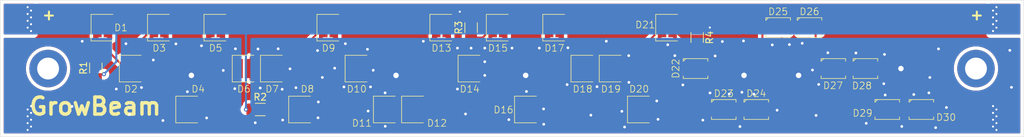
<source format=kicad_pcb>
(kicad_pcb (version 20241229) (generator "pcbnew") (generator_version "9.0")
  (layers (0 "F.Cu" signal) (2 "B.Cu" signal) (13 "F.Paste" user) (15 "B.Paste" user) (5 "F.SilkS" user "F.Silkscreen") (7 "B.SilkS" user "B.Silkscreen") (1 "F.Mask" user) (3 "B.Mask" user) (25 "Edge.Cuts" user))
  (net 0 "")
  (net 1 "Net-(D1-K)")
  (net 2 "Net-(D1-A)")
  (net 3 "Net-(D2-K)")
  (net 4 "Net-(D3-K)")
  (net 5 "Net-(D4-K)")
  (net 6 "Net-(D5-K)")
  (net 7 "Net-(D6-K)")
  (net 8 "GND")
  (net 9 "Net-(D8-K)")
  (net 10 "Net-(D8-A)")
  (net 11 "Net-(D10-A)")
  (net 12 "Net-(D10-K)")
  (net 13 "Net-(D11-K)")
  (net 14 "Net-(D12-K)")
  (net 15 "Net-(D13-K)")
  (net 16 "Net-(D15-A)")
  (net 17 "Net-(D15-K)")
  (net 18 "Net-(D16-K)")
  (net 19 "Net-(D17-K)")
  (net 20 "Net-(D18-K)")
  (net 21 "Net-(D19-K)")
  (net 22 "Net-(D20-K)")
  (net 23 "+24V")
  (net 24 "Net-(D22-A)")
  (net 25 "Net-(D22-K)")
  (net 26 "Net-(D23-K)")
  (net 27 "Net-(D24-K)")
  (net 28 "Net-(D25-K)")
  (net 29 "Net-(D26-K)")
  (net 30 "Net-(D27-K)")
  (net 31 "Net-(D28-K)")
  (net 32 "Net-(D29-K)")
  (footprint "LED_LM301H:LED_LM301H_1212" (layer "F.Cu") (at 108.69 85 180)
    (property "Reference" "D6" (at 0 -3 0) (layer "F.SilkS") (effects (font (thickness 0.1))))
    (property "Value" "LED" (hide yes))
    (pad "1" smd custom (at -0.775 0 270) (size 1 1) (layers "F.Cu" "F.Mask" "F.Paste") (net 7 "Net-(D6-K)") (options (clearance outline) (anchor circle)) (primitives (gr_rect (start -1.75 -0.625) (end 1.75 -0.075) (width 0.001) (fill yes)) (gr_rect (start -1.4 -0.075) (end 1.4 0.625) (width 0.001) (fill yes))))
    (pad "2" smd custom (at 0.775 0 90) (size 1 1) (layers "F.Cu" "F.Mask" "F.Paste") (net 6 "Net-(D5-K)") (options (clearance outline) (anchor circle)) (primitives (gr_rect (start -1.75 -0.625) (end 1.75 -0.075) (width 0.001) (fill yes)) (gr_rect (start -1.4 -0.075) (end 1.4 0.625) (width 0.001) (fill yes))))
  )
  (footprint "LED_LM301H:LED_LM301H_1212" (layer "F.Cu") (at 104.552 79 180)
    (property "Reference" "D5" (at 0 -3 0) (layer "F.SilkS") (effects (font (thickness 0.1))))
    (property "Value" "LED" (hide yes))
    (pad "1" smd custom (at -0.775 0 270) (size 1 1) (layers "F.Cu" "F.Mask" "F.Paste") (net 6 "Net-(D5-K)") (options (clearance outline) (anchor circle)) (primitives (gr_rect (start -1.75 -0.625) (end 1.75 -0.075) (width 0.001) (fill yes)) (gr_rect (start -1.4 -0.075) (end 1.4 0.625) (width 0.001) (fill yes))))
    (pad "2" smd custom (at 0.775 0 90) (size 1 1) (layers "F.Cu" "F.Mask" "F.Paste") (net 5 "Net-(D4-K)") (options (clearance outline) (anchor circle)) (primitives (gr_rect (start -1.75 -0.625) (end 1.75 -0.075) (width 0.001) (fill yes)) (gr_rect (start -1.4 -0.075) (end 1.4 0.625) (width 0.001) (fill yes))))
  )
  (footprint "LED_LM301H:LED_LM301H_1212" (layer "F.Cu") (at 121.103 79 180)
    (property "Reference" "D9" (at 0 -3 0) (layer "F.SilkS") (effects (font (thickness 0.1))))
    (property "Value" "LED" (hide yes))
    (pad "1" smd custom (at -0.775 0 270) (size 1 1) (layers "F.Cu" "F.Mask" "F.Paste") (net 11 "Net-(D10-A)") (options (clearance outline) (anchor circle)) (primitives (gr_rect (start -1.75 -0.625) (end 1.75 -0.075) (width 0.001) (fill yes)) (gr_rect (start -1.4 -0.075) (end 1.4 0.625) (width 0.001) (fill yes))))
    (pad "2" smd custom (at 0.775 0 90) (size 1 1) (layers "F.Cu" "F.Mask" "F.Paste") (net 9 "Net-(D8-K)") (options (clearance outline) (anchor circle)) (primitives (gr_rect (start -1.75 -0.625) (end 1.75 -0.075) (width 0.001) (fill yes)) (gr_rect (start -1.4 -0.075) (end 1.4 0.625) (width 0.001) (fill yes))))
  )
  (footprint "MountingHole:MountingHole_3.2mm_M3_ISO14580_Pad" (layer "F.Cu") (at 80 85)
    (property "Reference" "REF**" (hide yes))
    (property "Value" "MountingHole_3.2mm_M3_ISO14580_Pad" (hide yes))
    (pad "1" thru_hole circle (at 0 0) (size 5.5 5.5) (drill 3.2) (layers "*.Cu" "*.Mask"))
  )
  (footprint "Resistor_SMD:R_1206_3216Metric" (layer "F.Cu") (at 111.0875 91)
    (property "Reference" "R2" (at 0 -1.82 0) (layer "F.SilkS"))
    (property "Value" "75R" (hide yes))
    (pad "1" smd roundrect (at -1.4625 0) (size 1.125 1.75) (layers "F.Cu" "F.Mask" "F.Paste") (roundrect_rratio 0.222222) (net 23 "+24V"))
    (pad "2" smd roundrect (at 1.4625 0) (size 1.125 1.75) (layers "F.Cu" "F.Mask" "F.Paste") (roundrect_rratio 0.222222) (net 10 "Net-(D8-A)"))
  )
  (footprint "LED_LM301H:LED_LM301H_1212" (layer "F.Cu") (at 150.069 91 180)
    (property "Reference" "D16" (at 3.319305 -0.052485 0) (layer "F.SilkS") (effects (font (thickness 0.1))))
    (property "Value" "LED" (hide yes))
    (pad "1" smd custom (at -0.775 0 270) (size 1 1) (layers "F.Cu" "F.Mask" "F.Paste") (net 18 "Net-(D16-K)") (options (clearance outline) (anchor circle)) (primitives (gr_rect (start -1.75 -0.625) (end 1.75 -0.075) (width 0.001) (fill yes)) (gr_rect (start -1.4 -0.075) (end 1.4 0.625) (width 0.001) (fill yes))))
    (pad "2" smd custom (at 0.775 0 90) (size 1 1) (layers "F.Cu" "F.Mask" "F.Paste") (net 17 "Net-(D15-K)") (options (clearance outline) (anchor circle)) (primitives (gr_rect (start -1.75 -0.625) (end 1.75 -0.075) (width 0.001) (fill yes)) (gr_rect (start -1.4 -0.075) (end 1.4 0.625) (width 0.001) (fill yes))))
  )
  (footprint "LED_LM301H:LED_LM301H_1212" (layer "F.Cu") (at 141.793 85 180)
    (property "Reference" "D14" (at 0 -3 0) (layer "F.SilkS") (effects (font (thickness 0.1))))
    (property "Value" "LED" (hide yes))
    (pad "1" smd custom (at -0.775 0 270) (size 1 1) (layers "F.Cu" "F.Mask" "F.Paste") (net 8 "GND") (options (clearance outline) (anchor circle)) (primitives (gr_rect (start -1.75 -0.625) (end 1.75 -0.075) (width 0.001) (fill yes)) (gr_rect (start -1.4 -0.075) (end 1.4 0.625) (width 0.001) (fill yes))))
    (pad "2" smd custom (at 0.775 0 90) (size 1 1) (layers "F.Cu" "F.Mask" "F.Paste") (net 15 "Net-(D13-K)") (options (clearance outline) (anchor circle)) (primitives (gr_rect (start -1.75 -0.625) (end 1.75 -0.075) (width 0.001) (fill yes)) (gr_rect (start -1.4 -0.075) (end 1.4 0.625) (width 0.001) (fill yes))))
  )
  (footprint "LED_LM301H:LED_LM301H_1212" (layer "F.Cu") (at 129.379 91 180)
    (property "Reference" "D11" (at 3.379 -2 0) (layer "F.SilkS") (effects (font (thickness 0.1))))
    (property "Value" "LED" (hide yes))
    (pad "1" smd custom (at -0.775 0 270) (size 1 1) (layers "F.Cu" "F.Mask" "F.Paste") (net 13 "Net-(D11-K)") (options (clearance outline) (anchor circle)) (primitives (gr_rect (start -1.75 -0.625) (end 1.75 -0.075) (width 0.001) (fill yes)) (gr_rect (start -1.4 -0.075) (end 1.4 0.625) (width 0.001) (fill yes))))
    (pad "2" smd custom (at 0.775 0 90) (size 1 1) (layers "F.Cu" "F.Mask" "F.Paste") (net 12 "Net-(D10-K)") (options (clearance outline) (anchor circle)) (primitives (gr_rect (start -1.75 -0.625) (end 1.75 -0.075) (width 0.001) (fill yes)) (gr_rect (start -1.4 -0.075) (end 1.4 0.625) (width 0.001) (fill yes))))
  )
  (footprint "LED_LM301H:LED_LM301H_1212" (layer "F.Cu") (at 88 79 180)
    (property "Reference" "D1" (at -2.670265 -0.00943 0) (layer "F.SilkS") (effects (font (thickness 0.1))))
    (property "Value" "LED" (hide yes))
    (pad "1" smd custom (at -0.775 0 270) (size 1 1) (layers "F.Cu" "F.Mask" "F.Paste") (net 1 "Net-(D1-K)") (options (clearance outline) (anchor circle)) (primitives (gr_rect (start -1.75 -0.625) (end 1.75 -0.075) (width 0.001) (fill yes)) (gr_rect (start -1.4 -0.075) (end 1.4 0.625) (width 0.001) (fill yes))))
    (pad "2" smd custom (at 0.775 0 90) (size 1 1) (layers "F.Cu" "F.Mask" "F.Paste") (net 2 "Net-(D1-A)") (options (clearance outline) (anchor circle)) (primitives (gr_rect (start -1.75 -0.625) (end 1.75 -0.075) (width 0.001) (fill yes)) (gr_rect (start -1.4 -0.075) (end 1.4 0.625) (width 0.001) (fill yes))))
  )
  (footprint "LED_LM301H:LED_LM301H_1212" (layer "F.Cu") (at 145.931 79 180)
    (property "Reference" "D15" (at 0 -3 0) (layer "F.SilkS") (effects (font (thickness 0.1))))
    (property "Value" "LED" (hide yes))
    (pad "1" smd custom (at -0.775 0 270) (size 1 1) (layers "F.Cu" "F.Mask" "F.Paste") (net 17 "Net-(D15-K)") (options (clearance outline) (anchor circle)) (primitives (gr_rect (start -1.75 -0.625) (end 1.75 -0.075) (width 0.001) (fill yes)) (gr_rect (start -1.4 -0.075) (end 1.4 0.625) (width 0.001) (fill yes))))
    (pad "2" smd custom (at 0.775 0 90) (size 1 1) (layers "F.Cu" "F.Mask" "F.Paste") (net 16 "Net-(D15-A)") (options (clearance outline) (anchor circle)) (primitives (gr_rect (start -1.75 -0.625) (end 1.75 -0.075) (width 0.001) (fill yes)) (gr_rect (start -1.4 -0.075) (end 1.4 0.625) (width 0.001) (fill yes))))
  )
  (footprint "LED_LUMILEDS:LED-SP2835-LUMILEDS" (layer "F.Cu") (at 174.897 85)
    (property "Reference" "D22" (at -2.897 0 90) (layer "F.SilkS") (effects (font (thickness 0.1))))
    (property "Value" "LED" (hide yes))
    (pad "1" smd roundrect (at 1.265 0) (size 0.97 1.9) (layers "F.Cu" "F.Mask" "F.Paste") (roundrect_rratio 0.1030927835) (net 25 "Net-(D22-K)"))
    (pad "2" smd roundrect (at -0.735 0) (size 2.03 1.9) (layers "F.Cu" "F.Mask" "F.Paste") (roundrect_rratio 0.05263157895) (net 24 "Net-(D22-A)"))
  )
  (footprint "LED_LM301H:LED_LM301H_1212" (layer "F.Cu") (at 112.828 85 180)
    (property "Reference" "D7" (at 0 -3 0) (layer "F.SilkS") (effects (font (thickness 0.1))))
    (property "Value" "LED" (hide yes))
    (pad "1" smd custom (at -0.775 0 270) (size 1 1) (layers "F.Cu" "F.Mask" "F.Paste") (net 8 "GND") (options (clearance outline) (anchor circle)) (primitives (gr_rect (start -1.75 -0.625) (end 1.75 -0.075) (width 0.001) (fill yes)) (gr_rect (start -1.4 -0.075) (end 1.4 0.625) (width 0.001) (fill yes))))
    (pad "2" smd custom (at 0.775 0 90) (size 1 1) (layers "F.Cu" "F.Mask" "F.Paste") (net 7 "Net-(D6-K)") (options (clearance outline) (anchor circle)) (primitives (gr_rect (start -1.75 -0.625) (end 1.75 -0.075) (width 0.001) (fill yes)) (gr_rect (start -1.4 -0.075) (end 1.4 0.625) (width 0.001) (fill yes))))
  )
  (footprint "Resistor_SMD:R_1206_3216Metric" (layer "F.Cu") (at 87 84.9125 90)
    (property "Reference" "R1" (at 0 -1.82 90) (layer "F.SilkS"))
    (property "Value" "75R" (hide yes))
    (pad "1" smd roundrect (at -1.4625 0 90) (size 1.125 1.75) (layers "F.Cu" "F.Mask" "F.Paste") (roundrect_rratio 0.222222) (net 23 "+24V"))
    (pad "2" smd roundrect (at 1.4625 0 90) (size 1.125 1.75) (layers "F.Cu" "F.Mask" "F.Paste") (roundrect_rratio 0.222222) (net 2 "Net-(D1-A)"))
  )
  (footprint "Resistor_SMD:R_1206_3216Metric" (layer "F.Cu") (at 142 79 90)
    (property "Reference" "R3" (at 0 -1.82 90) (layer "F.SilkS"))
    (property "Value" "75R" (hide yes))
    (pad "1" smd roundrect (at -1.4625 0 90) (size 1.125 1.75) (layers "F.Cu" "F.Mask" "F.Paste") (roundrect_rratio 0.222222) (net 16 "Net-(D15-A)"))
    (pad "2" smd roundrect (at 1.4625 0 90) (size 1.125 1.75) (layers "F.Cu" "F.Mask" "F.Paste") (roundrect_rratio 0.222222) (net 23 "+24V"))
  )
  (footprint "LED_LM301H:LED_LM301H_1212" (layer "F.Cu") (at 170.759 79 180)
    (property "Reference" "D21" (at 3.235443 0.411832 0) (layer "F.SilkS") (effects (font (thickness 0.1))))
    (property "Value" "LED" (hide yes))
    (pad "1" smd custom (at -0.775 0 270) (size 1 1) (layers "F.Cu" "F.Mask" "F.Paste") (net 8 "GND") (options (clearance outline) (anchor circle)) (primitives (gr_rect (start -1.75 -0.625) (end 1.75 -0.075) (width 0.001) (fill yes)) (gr_rect (start -1.4 -0.075) (end 1.4 0.625) (width 0.001) (fill yes))))
    (pad "2" smd custom (at 0.775 0 90) (size 1 1) (layers "F.Cu" "F.Mask" "F.Paste") (net 22 "Net-(D20-K)") (options (clearance outline) (anchor circle)) (primitives (gr_rect (start -1.75 -0.625) (end 1.75 -0.075) (width 0.001) (fill yes)) (gr_rect (start -1.4 -0.075) (end 1.4 0.625) (width 0.001) (fill yes))))
  )
  (footprint "LED_LUMILEDS:LED-SP2835-LUMILEDS" (layer "F.Cu") (at 199.8 85)
    (property "Reference" "D28" (at -0.507979 2.519516 0) (layer "F.SilkS") (effects (font (thickness 0.1))))
    (property "Value" "LED" (hide yes))
    (pad "1" smd roundrect (at 1.265 0) (size 0.97 1.9) (layers "F.Cu" "F.Mask" "F.Paste") (roundrect_rratio 0.1030927835) (net 31 "Net-(D28-K)"))
    (pad "2" smd roundrect (at -0.735 0) (size 2.03 1.9) (layers "F.Cu" "F.Mask" "F.Paste") (roundrect_rratio 0.05263157895) (net 30 "Net-(D27-K)"))
  )
  (footprint "LED_LM301H:LED_LM301H_1212" (layer "F.Cu") (at 166.621 91 180)
    (property "Reference" "D20" (at 0 3 0) (layer "F.SilkS") (effects (font (thickness 0.1))))
    (property "Value" "LED" (hide yes))
    (pad "1" smd custom (at -0.775 0 270) (size 1 1) (layers "F.Cu" "F.Mask" "F.Paste") (net 22 "Net-(D20-K)") (options (clearance outline) (anchor circle)) (primitives (gr_rect (start -1.75 -0.625) (end 1.75 -0.075) (width 0.001) (fill yes)) (gr_rect (start -1.4 -0.075) (end 1.4 0.625) (width 0.001) (fill yes))))
    (pad "2" smd custom (at 0.775 0 90) (size 1 1) (layers "F.Cu" "F.Mask" "F.Paste") (net 21 "Net-(D19-K)") (options (clearance outline) (anchor circle)) (primitives (gr_rect (start -1.75 -0.625) (end 1.75 -0.075) (width 0.001) (fill yes)) (gr_rect (start -1.4 -0.075) (end 1.4 0.625) (width 0.001) (fill yes))))
  )
  (footprint "LED_LUMILEDS:LED-SP2835-LUMILEDS" (layer "F.Cu") (at 191.6 79)
    (property "Reference" "D26" (at 0 -2.35 0) (layer "F.SilkS") (effects (font (thickness 0.1))))
    (property "Value" "LED" (hide yes))
    (pad "1" smd roundrect (at 1.265 0) (size 0.97 1.9) (layers "F.Cu" "F.Mask" "F.Paste") (roundrect_rratio 0.1030927835) (net 29 "Net-(D26-K)"))
    (pad "2" smd roundrect (at -0.735 0) (size 2.03 1.9) (layers "F.Cu" "F.Mask" "F.Paste") (roundrect_rratio 0.05263157895) (net 28 "Net-(D25-K)"))
  )
  (footprint "LED_LM301H:LED_LM301H_1212" (layer "F.Cu") (at 154.207 79 180)
    (property "Reference" "D17" (at 0 -3 0) (layer "F.SilkS") (effects (font (thickness 0.1))))
    (property "Value" "LED" (hide yes))
    (pad "1" smd custom (at -0.775 0 270) (size 1 1) (layers "F.Cu" "F.Mask" "F.Paste") (net 19 "Net-(D17-K)") (options (clearance outline) (anchor circle)) (primitives (gr_rect (start -1.75 -0.625) (end 1.75 -0.075) (width 0.001) (fill yes)) (gr_rect (start -1.4 -0.075) (end 1.4 0.625) (width 0.001) (fill yes))))
    (pad "2" smd custom (at 0.775 0 90) (size 1 1) (layers "F.Cu" "F.Mask" "F.Paste") (net 18 "Net-(D16-K)") (options (clearance outline) (anchor circle)) (primitives (gr_rect (start -1.75 -0.625) (end 1.75 -0.075) (width 0.001) (fill yes)) (gr_rect (start -1.4 -0.075) (end 1.4 0.625) (width 0.001) (fill yes))))
  )
  (footprint "LED_LM301H:LED_LM301H_1212" (layer "F.Cu") (at 100.414 91 180)
    (property "Reference" "D4" (at -1.586 3 0) (layer "F.SilkS") (effects (font (thickness 0.1))))
    (property "Value" "LED" (hide yes))
    (pad "1" smd custom (at -0.775 0 270) (size 1 1) (layers "F.Cu" "F.Mask" "F.Paste") (net 5 "Net-(D4-K)") (options (clearance outline) (anchor circle)) (primitives (gr_rect (start -1.75 -0.625) (end 1.75 -0.075) (width 0.001) (fill yes)) (gr_rect (start -1.4 -0.075) (end 1.4 0.625) (width 0.001) (fill yes))))
    (pad "2" smd custom (at 0.775 0 90) (size 1 1) (layers "F.Cu" "F.Mask" "F.Paste") (net 4 "Net-(D3-K)") (options (clearance outline) (anchor circle)) (primitives (gr_rect (start -1.75 -0.625) (end 1.75 -0.075) (width 0.001) (fill yes)) (gr_rect (start -1.4 -0.075) (end 1.4 0.625) (width 0.001) (fill yes))))
  )
  (footprint "LED_LUMILEDS:LED-SP2835-LUMILEDS" (layer "F.Cu") (at 203 91)
    (property "Reference" "D29" (at -3.623187 0.532969 0) (layer "F.SilkS") (effects (font (thickness 0.1))))
    (property "Value" "LED" (hide yes))
    (pad "1" smd roundrect (at 1.265 0) (size 0.97 1.9) (layers "F.Cu" "F.Mask" "F.Paste") (roundrect_rratio 0.1030927835) (net 32 "Net-(D29-K)"))
    (pad "2" smd roundrect (at -0.735 0) (size 2.03 1.9) (layers "F.Cu" "F.Mask" "F.Paste") (roundrect_rratio 0.05263157895) (net 31 "Net-(D28-K)"))
  )
  (footprint "LED_LM301H:LED_LM301H_1212" (layer "F.Cu") (at 92.138 85 180)
    (property "Reference" "D2" (at 0 -3 0) (layer "F.SilkS") (effects (font (thickness 0.1))))
    (property "Value" "LED" (hide yes))
    (pad "1" smd custom (at -0.775 0 270) (size 1 1) (layers "F.Cu" "F.Mask" "F.Paste") (net 3 "Net-(D2-K)") (options (clearance outline) (anchor circle)) (primitives (gr_rect (start -1.75 -0.625) (end 1.75 -0.075) (width 0.001) (fill yes)) (gr_rect (start -1.4 -0.075) (end 1.4 0.625) (width 0.001) (fill yes))))
    (pad "2" smd custom (at 0.775 0 90) (size 1 1) (layers "F.Cu" "F.Mask" "F.Paste") (net 1 "Net-(D1-K)") (options (clearance outline) (anchor circle)) (primitives (gr_rect (start -1.75 -0.625) (end 1.75 -0.075) (width 0.001) (fill yes)) (gr_rect (start -1.4 -0.075) (end 1.4 0.625) (width 0.001) (fill yes))))
  )
  (footprint "LED_LM301H:LED_LM301H_1212" (layer "F.Cu") (at 96.276 79 180)
    (property "Reference" "D3" (at 0 -3 0) (layer "F.SilkS") (effects (font (thickness 0.1))))
    (property "Value" "LED" (hide yes))
    (pad "1" smd custom (at -0.775 0 270) (size 1 1) (layers "F.Cu" "F.Mask" "F.Paste") (net 4 "Net-(D3-K)") (options (clearance outline) (anchor circle)) (primitives (gr_rect (start -1.75 -0.625) (end 1.75 -0.075) (width 0.001) (fill yes)) (gr_rect (start -1.4 -0.075) (end 1.4 0.625) (width 0.001) (fill yes))))
    (pad "2" smd custom (at 0.775 0 90) (size 1 1) (layers "F.Cu" "F.Mask" "F.Paste") (net 3 "Net-(D2-K)") (options (clearance outline) (anchor circle)) (primitives (gr_rect (start -1.75 -0.625) (end 1.75 -0.075) (width 0.001) (fill yes)) (gr_rect (start -1.4 -0.075) (end 1.4 0.625) (width 0.001) (fill yes))))
  )
  (footprint "LED_LM301H:LED_LM301H_1212" (layer "F.Cu") (at 137.655 79 180)
    (property "Reference" "D13" (at 0 -3 0) (layer "F.SilkS") (effects (font (thickness 0.1))))
    (property "Value" "LED" (hide yes))
    (pad "1" smd custom (at -0.775 0 270) (size 1 1) (layers "F.Cu" "F.Mask" "F.Paste") (net 15 "Net-(D13-K)") (options (clearance outline) (anchor circle)) (primitives (gr_rect (start -1.75 -0.625) (end 1.75 -0.075) (width 0.001) (fill yes)) (gr_rect (start -1.4 -0.075) (end 1.4 0.625) (width 0.001) (fill yes))))
    (pad "2" smd custom (at 0.775 0 90) (size 1 1) (layers "F.Cu" "F.Mask" "F.Paste") (net 14 "Net-(D12-K)") (options (clearance outline) (anchor circle)) (primitives (gr_rect (start -1.75 -0.625) (end 1.75 -0.075) (width 0.001) (fill yes)) (gr_rect (start -1.4 -0.075) (end 1.4 0.625) (width 0.001) (fill yes))))
  )
  (footprint "LED_LM301H:LED_LM301H_1212" (layer "F.Cu") (at 158.345 85 180)
    (property "Reference" "D18" (at 0 -3 0) (layer "F.SilkS") (effects (font (thickness 0.1))))
    (property "Value" "LED" (hide yes))
    (pad "1" smd custom (at -0.775 0 270) (size 1 1) (layers "F.Cu" "F.Mask" "F.Paste") (net 20 "Net-(D18-K)") (options (clearance outline) (anchor circle)) (primitives (gr_rect (start -1.75 -0.625) (end 1.75 -0.075) (width 0.001) (fill yes)) (gr_rect (start -1.4 -0.075) (end 1.4 0.625) (width 0.001) (fill yes))))
    (pad "2" smd custom (at 0.775 0 90) (size 1 1) (layers "F.Cu" "F.Mask" "F.Paste") (net 19 "Net-(D17-K)") (options (clearance outline) (anchor circle)) (primitives (gr_rect (start -1.75 -0.625) (end 1.75 -0.075) (width 0.001) (fill yes)) (gr_rect (start -1.4 -0.075) (end 1.4 0.625) (width 0.001) (fill yes))))
  )
  (footprint "LED_LUMILEDS:LED-SP2835-LUMILEDS" (layer "F.Cu") (at 179.034 91)
    (property "Reference" "D23" (at 0 -2.35 0) (layer "F.SilkS") (effects (font (thickness 0.1))))
    (property "Value" "LED" (hide yes))
    (pad "1" smd roundrect (at 1.265 0) (size 0.97 1.9) (layers "F.Cu" "F.Mask" "F.Paste") (roundrect_rratio 0.1030927835) (net 26 "Net-(D23-K)"))
    (pad "2" smd roundrect (at -0.735 0) (size 2.03 1.9) (layers "F.Cu" "F.Mask" "F.Paste") (roundrect_rratio 0.05263157895) (net 25 "Net-(D22-K)"))
  )
  (footprint "MountingHole:MountingHole_3.2mm_M3_ISO14580_Pad" (layer "F.Cu") (at 216 85)
    (property "Reference" "REF**" (hide yes))
    (property "Value" "MountingHole_3.2mm_M3_ISO14580_Pad" (hide yes))
    (pad "1" thru_hole circle (at 0 0) (size 5.5 5.5) (drill 3.2) (layers "*.Cu" "*.Mask"))
  )
  (footprint "LED_LUMILEDS:LED-SP2835-LUMILEDS" (layer "F.Cu") (at 208 91)
    (property "Reference" "D30" (at 3.61502 1.154772 0) (layer "F.SilkS") (effects (font (thickness 0.1))))
    (property "Value" "LED" (hide yes))
    (pad "1" smd roundrect (at 1.265 0) (size 0.97 1.9) (layers "F.Cu" "F.Mask" "F.Paste") (roundrect_rratio 0.1030927835) (net 8 "GND"))
    (pad "2" smd roundrect (at -0.735 0) (size 2.03 1.9) (layers "F.Cu" "F.Mask" "F.Paste") (roundrect_rratio 0.05263157895) (net 32 "Net-(D29-K)"))
  )
  (footprint "LED_LM301H:LED_LM301H_1212" (layer "F.Cu") (at 116.966 91 180)
    (property "Reference" "D8" (at -1.034 3 0) (layer "F.SilkS") (effects (font (thickness 0.1))))
    (property "Value" "LED" (hide yes))
    (pad "1" smd custom (at -0.775 0 270) (size 1 1) (layers "F.Cu" "F.Mask" "F.Paste") (net 9 "Net-(D8-K)") (options (clearance outline) (anchor circle)) (primitives (gr_rect (start -1.75 -0.625) (end 1.75 -0.075) (width 0.001) (fill yes)) (gr_rect (start -1.4 -0.075) (end 1.4 0.625) (width 0.001) (fill yes))))
    (pad "2" smd custom (at 0.775 0 90) (size 1 1) (layers "F.Cu" "F.Mask" "F.Paste") (net 10 "Net-(D8-A)") (options (clearance outline) (anchor circle)) (primitives (gr_rect (start -1.75 -0.625) (end 1.75 -0.075) (width 0.001) (fill yes)) (gr_rect (start -1.4 -0.075) (end 1.4 0.625) (width 0.001) (fill yes))))
  )
  (footprint "LED_LUMILEDS:LED-SP2835-LUMILEDS" (layer "F.Cu") (at 195.1 85)
    (property "Reference" "D27" (at -0.047542 2.491252 0) (layer "F.SilkS") (effects (font (thickness 0.1))))
    (property "Value" "LED" (hide yes))
    (pad "1" smd roundrect (at 1.265 0) (size 0.97 1.9) (layers "F.Cu" "F.Mask" "F.Paste") (roundrect_rratio 0.1030927835) (net 30 "Net-(D27-K)"))
    (pad "2" smd roundrect (at -0.735 0) (size 2.03 1.9) (layers "F.Cu" "F.Mask" "F.Paste") (roundrect_rratio 0.05263157895) (net 29 "Net-(D26-K)"))
  )
  (footprint "LED_LUMILEDS:LED-SP2835-LUMILEDS" (layer "F.Cu") (at 183.8 91)
    (property "Reference" "D24" (at 0 -2.35 0) (layer "F.SilkS") (effects (font (thickness 0.1))))
    (property "Value" "LED" (hide yes))
    (pad "1" smd roundrect (at 1.265 0) (size 0.97 1.9) (layers "F.Cu" "F.Mask" "F.Paste") (roundrect_rratio 0.1030927835) (net 27 "Net-(D24-K)"))
    (pad "2" smd roundrect (at -0.735 0) (size 2.03 1.9) (layers "F.Cu" "F.Mask" "F.Paste") (roundrect_rratio 0.05263157895) (net 26 "Net-(D23-K)"))
  )
  (footprint "LED_LM301H:LED_LM301H_1212" (layer "F.Cu") (at 125.241 85 180)
    (property "Reference" "D10" (at 0 -3 0) (layer "F.SilkS") (effects (font (thickness 0.1))))
    (property "Value" "LED" (hide yes))
    (pad "1" smd custom (at -0.775 0 270) (size 1 1) (layers "F.Cu" "F.Mask" "F.Paste") (net 12 "Net-(D10-K)") (options (clearance outline) (anchor circle)) (primitives (gr_rect (start -1.75 -0.625) (end 1.75 -0.075) (width 0.001) (fill yes)) (gr_rect (start -1.4 -0.075) (end 1.4 0.625) (width 0.001) (fill yes))))
    (pad "2" smd custom (at 0.775 0 90) (size 1 1) (layers "F.Cu" "F.Mask" "F.Paste") (net 11 "Net-(D10-A)") (options (clearance outline) (anchor circle)) (primitives (gr_rect (start -1.75 -0.625) (end 1.75 -0.075) (width 0.001) (fill yes)) (gr_rect (start -1.4 -0.075) (end 1.4 0.625) (width 0.001) (fill yes))))
  )
  (footprint "LED_LM301H:LED_LM301H_1212" (layer "F.Cu") (at 162.483 85 180)
    (property "Reference" "D19" (at 0 -3 0) (layer "F.SilkS") (effects (font (thickness 0.1))))
    (property "Value" "LED" (hide yes))
    (pad "1" smd custom (at -0.775 0 270) (size 1 1) (layers "F.Cu" "F.Mask" "F.Paste") (net 21 "Net-(D19-K)") (options (clearance outline) (anchor circle)) (primitives (gr_rect (start -1.75 -0.625) (end 1.75 -0.075) (width 0.001) (fill yes)) (gr_rect (start -1.4 -0.075) (end 1.4 0.625) (width 0.001) (fill yes))))
    (pad "2" smd custom (at 0.775 0 90) (size 1 1) (layers "F.Cu" "F.Mask" "F.Paste") (net 20 "Net-(D18-K)") (options (clearance outline) (anchor circle)) (primitives (gr_rect (start -1.75 -0.625) (end 1.75 -0.075) (width 0.001) (fill yes)) (gr_rect (start -1.4 -0.075) (end 1.4 0.625) (width 0.001) (fill yes))))
  )
  (footprint "LED_LUMILEDS:LED-SP2835-LUMILEDS" (layer "F.Cu") (at 187 79)
    (property "Reference" "D25" (at 0 -2.35 0) (layer "F.SilkS") (effects (font (thickness 0.1))))
    (property "Value" "LED" (hide yes))
    (pad "1" smd roundrect (at 1.265 0) (size 0.97 1.9) (layers "F.Cu" "F.Mask" "F.Paste") (roundrect_rratio 0.1030927835) (net 28 "Net-(D25-K)"))
    (pad "2" smd roundrect (at -0.735 0) (size 2.03 1.9) (layers "F.Cu" "F.Mask" "F.Paste") (roundrect_rratio 0.05263157895) (net 27 "Net-(D24-K)"))
  )
  (footprint "LED_LM301H:LED_LM301H_1212" (layer "F.Cu") (at 133.517 91 180)
    (property "Reference" "D12" (at -3.483 -2 0) (layer "F.SilkS") (effects (font (thickness 0.1))))
    (property "Value" "LED" (hide yes))
    (pad "1" smd custom (at -0.775 0 270) (size 1 1) (layers "F.Cu" "F.Mask" "F.Paste") (net 14 "Net-(D12-K)") (options (clearance outline) (anchor circle)) (primitives (gr_rect (start -1.75 -0.625) (end 1.75 -0.075) (width 0.001) (fill yes)) (gr_rect (start -1.4 -0.075) (end 1.4 0.625) (width 0.001) (fill yes))))
    (pad "2" smd custom (at 0.775 0 90) (size 1 1) (layers "F.Cu" "F.Mask" "F.Paste") (net 13 "Net-(D11-K)") (options (clearance outline) (anchor circle)) (primitives (gr_rect (start -1.75 -0.625) (end 1.75 -0.075) (width 0.001) (fill yes)) (gr_rect (start -1.4 -0.075) (end 1.4 0.625) (width 0.001) (fill yes))))
  )
  (footprint "Resistor_SMD:R_1206_3216Metric" (layer "F.Cu") (at 175.133991 80.450727 -90)
    (property "Reference" "R4" (at 0 -1.82 90) (layer "F.SilkS"))
    (property "Value" "51R" (hide yes))
    (pad "1" smd roundrect (at -1.4625 0 270) (size 1.125 1.75) (layers "F.Cu" "F.Mask" "F.Paste") (roundrect_rratio 0.222222) (net 23 "+24V"))
    (pad "2" smd roundrect (at 1.4625 0 270) (size 1.125 1.75) (layers "F.Cu" "F.Mask" "F.Paste") (roundrect_rratio 0.222222) (net 24 "Net-(D22-A)"))
  )
  (gr_rect (start 73 75) (end 223 95) (stroke (width 0.05)) (fill no) (layer "Edge.Cuts"))
  (gr_text "+" (at 215 78 0) (layer "F.SilkS") (effects (font (size 1.5 1.5) (thickness 0.3) (bold yes)) (justify left bottom)))
  (gr_text "+" (at 79 78 0) (layer "F.SilkS") (effects (font (size 1.5 1.5) (thickness 0.3) (bold yes)) (justify left bottom)))
  (gr_text "GrowBeam" (at 77 92 0) (layer "F.SilkS") (effects (font (size 2.5 2.5) (thickness 0.5) (bold yes)) (justify left bottom)))
  (segment (start 88.775 79) (end 88.775 82.412) (width 0.3) (layer "F.Cu") (net 1))
  (segment (start 88.775 82.412) (end 91.363 85) (width 0.3) (layer "F.Cu") (net 1))
  (segment (start 87 84) (end 87 83) (width 0.3) (layer "F.Cu") (net 2))
  (segment (start 87 83) (end 87.225 82.775) (width 0.3) (layer "F.Cu") (net 2))
  (segment (start 87.225 82.775) (end 87.225 79) (width 0.3) (layer "F.Cu") (net 2))
  (segment (start 92.913 85) (end 92.913 81.588) (width 0.3) (layer "F.Cu") (net 3))
  (segment (start 92.913 81.588) (end 95.501 79) (width 0.3) (layer "F.Cu") (net 3))
  (segment (start 97.051 88.412) (end 99.639 91) (width 0.3) (layer "F.Cu") (net 4))
  (segment (start 97.051 79) (end 97.051 88.412) (width 0.3) (layer "F.Cu") (net 4))
  (segment (start 103.777 88.412) (end 101.189 91) (width 0.3) (layer "F.Cu") (net 5))
  (segment (start 103.777 79) (end 103.777 88.412) (width 0.3) (layer "F.Cu") (net 5))
  (segment (start 105.327 79) (end 105.327 82.412) (width 0.3) (layer "F.Cu") (net 6))
  (segment (start 105.327 82.412) (end 107.915 85) (width 0.3) (layer "F.Cu") (net 6))
  (segment (start 109.465 85) (end 112.053 85) (width 0.3) (layer "F.Cu") (net 7))
  (via (at 100.419169 88.39005) (size 1) (drill 0.4) (layers "F.Cu" "B.Cu") (net 8))
  (via (at 161.818256 80.99151) (size 1) (drill 0.4) (layers "F.Cu" "B.Cu") (net 8))
  (via (at 156.18795 81.953354) (size 1) (drill 0.4) (layers "F.Cu" "B.Cu") (net 8))
  (via (at 205 85) (size 1.2) (drill 0.8) (layers "F.Cu" "B.Cu") (net 8))
  (via (at 77.5 93.5) (size 0.6) (drill 0.3) (layers "F.Cu" "B.Cu") (net 8))
  (via (at 156.070652 87.349064) (size 1) (drill 0.4) (layers "F.Cu" "B.Cu") (net 8))
  (via (at 90 88) (size 1) (drill 0.4) (layers "F.Cu" "B.Cu") (net 8))
  (via (at 152.645549 93.167047) (size 1) (drill 0.4) (layers "F.Cu" "B.Cu") (net 8))
  (via (at 165.126061 87.020629) (size 1) (drill 0.4) (layers "F.Cu" "B.Cu") (net 8))
  (via (at 160.457599 87.654039) (size 1) (drill 0.4) (layers "F.Cu" "B.Cu") (net 8))
  (via (at 147.531354 92.486718) (size 1) (drill 0.4) (layers "F.Cu" "B.Cu") (net 8))
  (via (at 148 82) (size 1) (drill 0.4) (layers "F.Cu" "B.Cu") (net 8))
  (via (at 169.395709 92.439799) (size 1) (drill 0.4) (layers "F.Cu" "B.Cu") (net 8))
  (via (at 218.5 90.5) (size 0.6) (drill 0.3) (layers "F.Cu" "B.Cu") (net 8))
  (via (at 123.362666 87.686261) (size 1) (drill 0.4) (layers "F.Cu" "B.Cu") (net 8))
  (via (at 152.622089 90.914924) (size 1) (drill 0.4) (layers "F.Cu" "B.Cu") (net 8))
  (via (at 77.5 92.5) (size 0.6) (drill 0.3) (layers "F.Cu" "B.Cu") (net 8))
  (via (at 169.208033 89.741944) (size 1) (drill 0.4) (layers "F.Cu" "B.Cu") (net 8))
  (via (at 198.402444 82.715791) (size 1) (drill 0.4) (layers "F.Cu" "B.Cu") (net 8))
  (via (at 164.492651 93.56586) (size 1) (drill 0.4) (layers "F.Cu" "B.Cu") (net 8))
  (via (at 152 82) (size 1) (drill 0.4) (layers "F.Cu" "B.Cu") (net 8))
  (via (at 129.391785 88.554267) (size 1) (drill 0.4) (layers "F.Cu" "B.Cu") (net 8))
  (via (at 181.92314 80.944591) (size 1) (drill 0.4) (layers "F.Cu" "B.Cu") (net 8))
  (via (at 129.415245 93.457325) (size 1) (drill 0.4) (layers "F.Cu" "B.Cu") (net 8))
  (via (at 101 86) (size 1.2) (drill 0.8) (layers "F.Cu" "B.Cu") (net 8))
  (via (at 83.504791 90.548334) (size 1) (drill 0.4) (layers "F.Cu" "B.Cu") (net 8))
  (via (at 126.811228 82.173253) (size 1) (drill 0.4) (layers "F.Cu" "B.Cu") (net 8))
  (via (at 77 92) (size 0.6) (drill 0.3) (layers "F.Cu" "B.Cu") (net 8))
  (via (at 221.205184 87.747877) (size 1) (drill 0.4) (layers "F.Cu" "B.Cu") (net 8))
  (via (at 107.457052 82.102875) (size 1) (drill 0.4) (layers "F.Cu" "B.Cu") (net 8))
  (via (at 192.949156 87.325604) (size 1) (drill 0.4) (layers "F.Cu" "B.Cu") (net 8))
  (via (at 142 82) (size 1) (drill 0.4) (layers "F.Cu" "B.Cu") (net 8))
  (via (at 181.688544 88.475125) (size 1) (drill 0.4) (layers "F.Cu" "B.Cu") (net 8))
  (via (at 131 86) (size 1.2) (drill 0.8) (layers "F.Cu" "B.Cu") (net 8))
  (via (at 218.5 91.5) (size 0.6) (drill 0.3) (layers "F.Cu" "B.Cu") (net 8))
  (via (at 114.307257 88.038156) (size 1) (drill 0.4) (layers "F.Cu" "B.Cu") (net 8))
  (via (at 190.532817 81.296485) (size 1) (drill 0.4) (layers "F.Cu" "B.Cu") (net 8))
  (via (at 116.324784 87.803559) (size 1) (drill 0.4) (layers "F.Cu" "B.Cu") (net 8))
  (via (at 206.883093 88.803559) (size 1) (drill 0.4) (layers "F.Cu" "B.Cu") (net 8))
  (via (at 218.5 93.5) (size 0.6) (drill 0.3) (layers "F.Cu" "B.Cu") (net 8))
  (via (at 85 81) (size 1) (drill 0.4) (layers "F.Cu" "B.Cu") (net 8))
  (via (at 192.561002 91.865038) (size 1) (drill 0.4) (layers "F.Cu" "B.Cu") (net 8))
  (via (at 210.085329 93.659698) (size 1) (drill 0.4) (layers "F.Cu" "B.Cu") (net 8))
  (via (at 77 93) (size 0.6) (drill 0.3) (layers "F.Cu" "B.Cu") (net 8))
  (via (at 219 91) (size 0.6) (drill 0.3) (layers "F.Cu" "B.Cu") (net 8))
  (via (at 205.123622 93.483751) (size 1) (drill 0.4) (layers "F.Cu" "B.Cu") (net 8))
  (via (at 141.184459 91.653902) (size 1) (drill 0.4) (layers "F.Cu" "B.Cu") (net 8))
  (via (at 93.686261 87.7801) (size 1) (drill 0.4) (layers "F.Cu" "B.Cu") (net 8))
  (via (at 202.695553 88.873938) (size 1) (drill 0.4) (layers "F.Cu" "B.Cu") (net 8))
  (via (at 173.031949 87.395983) (size 1) (drill 0.4) (layers "F.Cu" "B.Cu") (net 8))
  (via (at 140 88) (size 1) (drill 0.4) (layers "F.Cu" "B.Cu") (net 8))
  (via (at 192.034232 85.214239) (size 1) (drill 0.4) (layers "F.Cu" "B.Cu") (net 8))
  (via (at 186.849658 91.102601) (size 1) (drill 0.4) (layers "F.Cu" "B.Cu") (net 8))
  (via (at 135 81) (size 1) (drill 0.4) (layers "F.Cu" "B.Cu") (net 8))
  (via (at 113.720767 82.102875) (size 1) (drill 0.4) (layers "F.Cu" "B.Cu") (net 8))
  (via (at 209.100026 88.557234) (size 1) (drill 0.4) (layers "F.Cu" "B.Cu") (net 8))
  (via (at 122.002009 84.941487) (size 1) (drill 0.4) (layers "F.Cu" "B.Cu") (net 8))
  (via (at 183.448015 88.75664) (size 1) (drill 0.4) (layers "F.Cu" "B.Cu") (net 8))
  (via (at 144 82) (size 1) (drill 0.4) (layers "F.Cu" "B.Cu") (net 8))
  (via (at 77 91) (size 0.6) (drill 0.3) (layers "F.Cu" "B.Cu") (net 8))
  (via (at 150 86) (size 1.2) (drill 0.8) (layers "F.Cu" "B.Cu") (net 8))
  (via (at 159.553333 91.829849) (size 1) (drill 0.4) (layers "F.Cu" "B.Cu") (net 8))
  (via (at 175.9644 92.557097) (size 1) (drill 0.4) (layers "F.Cu" "B.Cu") (net 8))
  (via (at 219 92) (size 0.6) (drill 0.3) (layers "F.Cu" "B.Cu") (net 8))
  (via (at 219 93) (size 0.6) (drill 0.3) (layers "F.Cu" "B.Cu") (net 8))
  (via (at 95.422272 83.745047) (size 1) (drill 0.4) (layers "F.Cu" "B.Cu") (net 8))
  (via (at 186.14587 81.531081) (size 1) (drill 0.4) (layers "F.Cu" "B.Cu") (net 8))
  (via (at 126.905067 91.228662) (size 1) (drill 0.4) (layers "F.Cu" "B.Cu") (net 8))
  (via (at 171.858968 83.102875) (size 1) (drill 0.4) (layers "F.Cu" "B.Cu") (net 8))
  (via (at 170.826746 81.507621) (size 1) (drill 0.4) (layers "F.Cu" "B.Cu") (net 8))
  (via (at 210.507602 82.117571) (size 1) (drill 0.4) (layers "F.Cu" "B.Cu") (net 8))
  (via (at 165.102601 83.102875) (size 1) (drill 0.4) (layers "F.Cu" "B.Cu") (net 8))
  (via (at 164.093838 91.266818) (size 1) (drill 0.4) (layers "F.Cu" "B.Cu") (net 8))
  (via (at 77.5 90.5) (size 0.6) (drill 0.3) (layers "F.Cu" "B.Cu") (net 8))
  (via (at 181.407029 93.495481) (size 1) (drill 0.4) (layers "F.Cu" "B.Cu") (net 8))
  (via (at 150.111911 88.357827) (size 1) (drill 0.4) (layers "F.Cu" "B.Cu") (net 8))
  (via (at 177.77079 83.149794) (size 1) (drill 0.4) (layers "F.Cu" "B.Cu") (net 8))
  (via (at 107.363213 87.944317) (size 1) (drill 0.4) (layers "F.Cu" "B.Cu") (net 8))
  (via (at 178.826472 81.038429) (size 1) (drill 0.4) (layers "F.Cu" "B.Cu") (net 8))
  (via (at 119.491831 82.36093) (size 1) (drill 0.4) (layers "F.Cu" "B.Cu") (net 8))
  (via (at 144 84) (size 1) (drill 0.4) (layers "F.Cu" "B.Cu") (net 8))
  (via (at 111.093291 87.850479) (size 1) (drill 0.4) (layers "F.Cu" "B.Cu") (net 8))
  (via (at 194.285283 82.680602) (size 1) (drill 0.4) (layers "F.Cu" "B.Cu") (net 8))
  (via (at 105.674121 85.269922) (size 1) (drill 0.4) (layers "F.Cu" "B.Cu") (net 8))
  (via (at 188.656048 81.484162) (size 1) (drill 0.4) (layers "F.Cu" "B.Cu") (net 8))
  (via (at 144 86) (size 1) (drill 0.4) (layers "F.Cu" "B.Cu") (net 8))
  (via (at 119.562209 92.213966) (size 1) (drill 0.4) (layers "F.Cu" "B.Cu") (net 8))
  (via (at 102.483615 81.657142) (size 1) (drill 0.4) (layers "F.Cu" "B.Cu") (net 8))
  (via (at 220.958858 82.328708) (size 1) (drill 0.4) (layers "F.Cu" "B.Cu") (net 8))
  (via (at 127.655774 85.246462) (size 1) (drill 0.4) (layers "F.Cu" "B.Cu") (net 8))
  (via (at 190 86) (size 1.2) (drill 0.8) (layers "F.Cu" "B.Cu") (net 8))
  (via (at 77.5 91.5) (size 0.6) (drill 0.3) (layers "F.Cu" "B.Cu") (net 8))
  (via (at 209.240783 86.305111) (size 1) (drill 0.4) (layers "F.Cu" "B.Cu") (net 8))
  (via (at 110.764856 82.126334) (size 1) (drill 0.4) (layers "F.Cu" "B.Cu") (net 8))
  (via (at 199.915589 93.026289) (size 1) (drill 0.4) (layers "F.Cu" "B.Cu") (net 8))
  (via (at 123.573803 81.352167) (size 1) (drill 0.4) (layers "F.Cu" "B.Cu") (net 8))
  (via (at 140 82) (size 1) (drill 0.4) (layers "F.Cu" "B.Cu") (net 8))
  (via (at 110.366043 92.941214) (size 1) (drill 0.4) (layers "F.Cu" "B.Cu") (net 8))
  (via (at 103.234322 92.237425) (size 1) (drill 0.4) (layers "F.Cu" "B.Cu") (net 8))
  (via (at 91.926791 91.744774) (size 1) (drill 0.4) (layers "F.Cu" "B.Cu") (net 8))
  (via (at 115.456778 85.035326) (size 1) (drill 0.4) (layers "F.Cu" "B.Cu") (net 8))
  (via (at 114.377636 92.5424) (size 1) (drill 0.4) (layers "F.Cu" "B.Cu") (net 8))
  (via (at 202.484416 87.220036) (size 1) (drill 0.4) (layers "F.Cu" "B.Cu") (net 8))
  (via (at 179.835235 88.733181) (size 1) (drill 0.4) (layers "F.Cu" "B.Cu") (net 8))
  (via (at 219 94) (size 0.6) (drill 0.3) (layers "F.Cu" "B.Cu") (net 8))
  (via (at 202.589984 82.926928) (size 1) (drill 0.4) (layers "F.Cu" "B.Cu") (net 8))
  (via (at 77 94) (size 0.6) (drill 0.3) (layers "F.Cu" "B.Cu") (net 8))
  (via (at 98.730077 81.375627) (size 1) (drill 0.4) (layers "F.Cu" "B.Cu") (net 8))
  (via (at 182 86) (size 1.2) (drill 0.8) (layers "F.Cu" "B.Cu") (net 8))
  (via (at 119.609129 89.891465) (size 1) (drill 0.4) (layers "F.Cu" "B.Cu") (net 8))
  (via (at 96.829849 92.612779) (size 1) (drill 0.4) (layers "F.Cu" "B.Cu") (net 8))
  (via (at 218.5 92.5) (size 0.6) (drill 0.3) (layers "F.Cu" "B.Cu") (net 8))
  (via (at 177.020082 88.568963) (size 1) (drill 0.4) (layers "F.Cu" "B.Cu") (net 8))
  (via (at 127.256961 87.686261) (size 1) (drill 0.4) (layers "F.Cu" "B.Cu") (net 8))
  (via (at 211.668853 90.703788) (size 1) (drill 0.4) (layers "F.Cu" "B.Cu") (net 8))
  (via (at 91.410679 81.352167) (size 1) (drill 0.4) (layers "F.Cu" "B.Cu") (net 8))
  (via (at 120.195619 86.302145) (size 1) (drill 0.4) (layers "F.Cu" "B.Cu") (net 8))
  (segment (start 117.741 91) (end 117.741 81.587) (width 0.3) (layer "F.Cu") (net 9))
  (segment (start 117.741 81.587) (end 120.328 79) (width 0.3) (layer "F.Cu") (net 9))
  (segment (start 112 91) (end 116.191 91) (width 0.3) (layer "F.Cu") (net 10))
  (segment (start 121.878 82.412) (end 124.466 85) (width 0.3) (layer "F.Cu") (net 11))
  (segment (start 121.878 79) (end 121.878 82.412) (width 0.3) (layer "F.Cu") (net 11))
  (segment (start 126.016 85) (end 126.016 88.412) (width 0.3) (layer "F.Cu") (net 12))
  (segment (start 126.016 88.412) (end 128.604 91) (width 0.3) (layer "F.Cu") (net 12))
  (segment (start 130.154 91) (end 132.742 91) (width 0.3) (layer "F.Cu") (net 13))
  (segment (start 136.88 79) (end 136.88 88.412) (width 0.3) (layer "F.Cu") (net 14))
  (segment (start 136.88 88.412) (end 134.292 91) (width 0.3) (layer "F.Cu") (net 14))
  (segment (start 138.43 82.412) (end 141.018 85) (width 0.3) (layer "F.Cu") (net 15))
  (segment (start 138.43 79) (end 138.43 82.412) (width 0.3) (layer "F.Cu") (net 15))
  (segment (start 143.6935 80.4625) (end 145.156 79) (width 0.3) (layer "F.Cu") (net 16))
  (segment (start 142 80.4625) (end 143.6935 80.4625) (width 0.3) (layer "F.Cu") (net 16))
  (segment (start 146.706 79) (end 146.706 88.412) (width 0.3) (layer "F.Cu") (net 17))
  (segment (start 146.706 88.412) (end 149.294 91) (width 0.3) (layer "F.Cu") (net 17))
  (segment (start 153.432 79) (end 153.432 88.412) (width 0.3) (layer "F.Cu") (net 18))
  (segment (start 153.432 88.412) (end 150.844 91) (width 0.3) (layer "F.Cu") (net 18))
  (segment (start 154.982 79) (end 154.982 82.412) (width 0.3) (layer "F.Cu") (net 19))
  (segment (start 154.982 82.412) (end 157.57 85) (width 0.3) (layer "F.Cu") (net 19))
  (segment (start 159.12 85) (end 161.708 85) (width 0.3) (layer "F.Cu") (net 20))
  (segment (start 163.258 85) (end 163.258 88.412) (width 0.3) (layer "F.Cu") (net 21))
  (segment (start 163.258 88.412) (end 165.846 91) (width 0.3) (layer "F.Cu") (net 21))
  (segment (start 167.396 81.588) (end 169.984 79) (width 0.3) (layer "F.Cu") (net 22))
  (segment (start 167.396 91) (end 167.396 81.588) (width 0.3) (layer "F.Cu") (net 22))
  (segment (start 88.175 85.825) (end 87 85.825) (width 0.3) (layer "F.Cu") (net 23))
  (segment (start 141.095972 76.633472) (end 140.373864 76.633472) (width 0.3) (layer "F.Cu") (net 23))
  (segment (start 175.133991 78.988227) (end 176.988227 78.988227) (width 0.3) (layer "F.Cu") (net 23))
  (segment (start 140.373864 76.633472) (end 140.340366 76.66697) (width 0.3) (layer "F.Cu") (net 23))
  (segment (start 142 77.5375) (end 141.095972 76.633472) (width 0.3) (layer "F.Cu") (net 23))
  (segment (start 177 79) (end 176.988227 78.988227) (width 0.3) (layer "F.Cu") (net 23))
  (segment (start 110.175 91) (end 109 91) (width 0.3) (layer "F.Cu") (net 23))
  (via (at 176.988227 78.988227) (size 0.6) (drill 0.3) (layers "F.Cu" "B.Cu") (net 23))
  (via (at 77 79) (size 0.6) (drill 0.3) (layers "F.Cu" "B.Cu") (net 23))
  (via (at 219 77) (size 0.6) (drill 0.3) (layers "F.Cu" "B.Cu") (net 23))
  (via (at 77.5 77.5) (size 0.6) (drill 0.3) (layers "F.Cu" "B.Cu") (net 23))
  (via (at 218.5 78.5) (size 0.6) (drill 0.3) (layers "F.Cu" "B.Cu") (net 23))
  (via (at 140.340366 76.66697) (size 0.6) (drill 0.3) (layers "F.Cu" "B.Cu") (net 23))
  (via (at 218.5 77.5) (size 0.6) (drill 0.3) (layers "F.Cu" "B.Cu") (net 23))
  (via (at 77.5 79.5) (size 0.6) (drill 0.3) (layers "F.Cu" "B.Cu") (net 23))
  (via (at 219 79) (size 0.6) (drill 0.3) (layers "F.Cu" "B.Cu") (net 23))
  (via (at 218.5 79.5) (size 0.6) (drill 0.3) (layers "F.Cu" "B.Cu") (net 23))
  (via (at 77 78) (size 0.6) (drill 0.3) (layers "F.Cu" "B.Cu") (net 23))
  (via (at 77.5 78.5) (size 0.6) (drill 0.3) (layers "F.Cu" "B.Cu") (net 23))
  (via (at 219 78) (size 0.6) (drill 0.3) (layers "F.Cu" "B.Cu") (net 23))
  (via (at 88.175 85.825) (size 0.6) (drill 0.3) (layers "F.Cu" "B.Cu") (net 23))
  (via (at 77 76) (size 0.6) (drill 0.3) (layers "F.Cu" "B.Cu") (net 23))
  (via (at 109 91) (size 0.6) (drill 0.3) (layers "F.Cu" "B.Cu") (net 23))
  (via (at 77.5 76.5) (size 0.6) (drill 0.3) (layers "F.Cu" "B.Cu") (net 23))
  (via (at 218.5 76.5) (size 0.6) (drill 0.3) (layers "F.Cu" "B.Cu") (net 23))
  (via (at 219 76) (size 0.6) (drill 0.3) (layers "F.Cu" "B.Cu") (net 23))
  (via (at 77 77) (size 0.6) (drill 0.3) (layers "F.Cu" "B.Cu") (net 23))
  (segment (start 109 91) (end 109 79) (width 0.3) (layer "B.Cu") (net 23))
  (segment (start 88.175 85.825) (end 90 84) (width 0.3) (layer "B.Cu") (net 23))
  (segment (start 90 84) (end 90 79) (width 0.3) (layer "B.Cu") (net 23))
  (segment (start 174.162 82.885218) (end 174.162 85) (width 0.3) (layer "F.Cu") (net 24))
  (segment (start 175.133991 81.913227) (end 174.162 82.885218) (width 0.3) (layer "F.Cu") (net 24))
  (segment (start 175.797 85) (end 175.797 89.138) (width 0.3) (layer "F.Cu") (net 25))
  (segment (start 175.797 89.138) (end 177.659 91) (width 0.3) (layer "F.Cu") (net 25))
  (segment (start 179.934 91) (end 182.425 91) (width 0.3) (layer "F.Cu") (net 26))
  (segment (start 184.7 79.925) (end 185.625 79) (width 0.3) (layer "F.Cu") (net 27))
  (segment (start 184.7 91) (end 184.7 79.925) (width 0.3) (layer "F.Cu") (net 27))
  (segment (start 187.9 79) (end 190.225 79) (width 0.3) (layer "F.Cu") (net 28))
  (segment (start 192.5 79) (end 192.5 83.775) (width 0.3) (layer "F.Cu") (net 29))
  (segment (start 192.5 83.775) (end 193.725 85) (width 0.3) (layer "F.Cu") (net 29))
  (segment (start 196 85) (end 198.425 85) (width 0.3) (layer "F.Cu") (net 30))
  (segment (start 200.7 90.075) (end 201.625 91) (width 0.3) (layer "F.Cu") (net 31))
  (segment (start 200.7 85) (end 200.7 90.075) (width 0.3) (layer "F.Cu") (net 31))
  (segment (start 203.9 91) (end 206.625 91) (width 0.3) (layer "F.Cu") (net 32))
  (zone (net 23) (net_name "+24V") (layer "F.Cu") (priority 2) (connect_pads (clearance 0.5)) (min_thickness 0.25) (fill yes (thermal_gap 0.5) (thermal_bridge_width 0.5))
    (polygon (pts (xy 78 80) (xy 78 75) (xy 73 75) (xy 73 80)))
  )
  (zone (net 23) (net_name "+24V") (layer "F.Cu") (priority 2) (connect_pads (clearance 0.5)) (min_thickness 0.25) (fill yes (thermal_gap 0.5) (thermal_bridge_width 0.5))
    (polygon (pts (xy 223 80) (xy 223 75) (xy 218 75) (xy 218 80)))
  )
  (zone (net 8) (net_name "GND") (layers "F.Cu" "B.Cu") (name "GND") (connect_pads (clearance 0.5)) (min_thickness 0.25) (fill yes (thermal_gap 0.5) (thermal_bridge_width 0.5))
    (polygon (pts (xy 73 75) (xy 223 75) (xy 223 95) (xy 73 95)))
  )
  (zone (net 23) (net_name "+24V") (layer "B.Cu") (name "+24") (priority 1) (connect_pads (clearance 0.5)) (min_thickness 0.25) (fill yes (thermal_gap 0.5) (thermal_bridge_width 0.5))
    (polygon (pts (xy 73 75) (xy 223 75) (xy 223 80) (xy 73 80)))
  )
)
</source>
